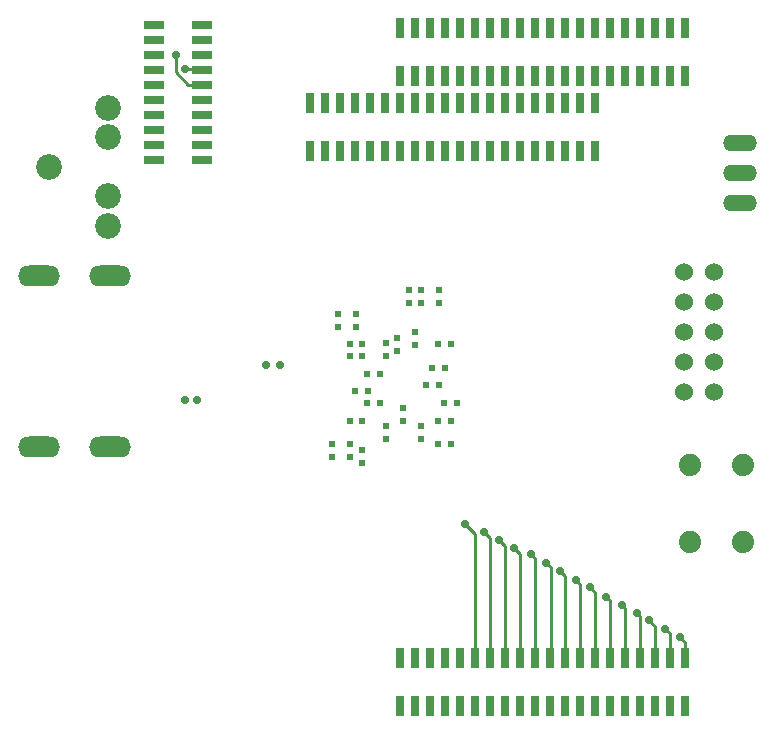
<source format=gbl>
G04 #@! TF.FileFunction,Copper,L4,Bot,Signal*
%FSLAX46Y46*%
G04 Gerber Fmt 4.6, Leading zero omitted, Abs format (unit mm)*
G04 Created by KiCad (PCBNEW 0.201501280107+5391~20~ubuntu14.10.1-product) date Fre 06 Feb 2015 15:11:44 CET*
%MOMM*%
G01*
G04 APERTURE LIST*
%ADD10C,0.150000*%
%ADD11R,0.698500X1.798320*%
%ADD12R,1.798320X0.698500*%
%ADD13R,0.500000X0.600000*%
%ADD14R,0.600000X0.500000*%
%ADD15O,2.844800X1.422400*%
%ADD16C,2.184400*%
%ADD17O,3.556000X1.778000*%
%ADD18C,1.879600*%
%ADD19C,1.524000*%
%ADD20C,0.700000*%
%ADD21C,0.280000*%
G04 APERTURE END LIST*
D10*
D11*
X-103441500Y203517500D03*
X-103441500Y199453500D03*
X-102171500Y203517500D03*
X-102171500Y199453500D03*
X-100901500Y203517500D03*
X-100901500Y199453500D03*
X-99631500Y203517500D03*
X-99631500Y199453500D03*
X-98361500Y203517500D03*
X-98361500Y199453500D03*
X-97091500Y203517500D03*
X-97091500Y199453500D03*
X-95821500Y203517500D03*
X-95821500Y199453500D03*
X-94551500Y203517500D03*
X-94551500Y199453500D03*
X-93281500Y203517500D03*
X-93281500Y199453500D03*
X-92011500Y203517500D03*
X-92011500Y199453500D03*
X-90741500Y203517500D03*
X-90741500Y199453500D03*
X-89471500Y203517500D03*
X-89471500Y199453500D03*
X-88201500Y203517500D03*
X-88201500Y199453500D03*
X-86931500Y203517500D03*
X-86931500Y199453500D03*
X-85661500Y203517500D03*
X-85661500Y199453500D03*
X-84391500Y203517500D03*
X-84391500Y199453500D03*
X-83121500Y203517500D03*
X-83121500Y199453500D03*
X-81851500Y203517500D03*
X-81851500Y199453500D03*
X-80581500Y203517500D03*
X-80581500Y199453500D03*
X-79311500Y203517500D03*
X-79311500Y199453500D03*
X-111061500Y250507500D03*
X-111061500Y246443500D03*
X-109791500Y250507500D03*
X-109791500Y246443500D03*
X-108521500Y250507500D03*
X-108521500Y246443500D03*
X-107251500Y250507500D03*
X-107251500Y246443500D03*
X-105981500Y250507500D03*
X-105981500Y246443500D03*
X-104711500Y250507500D03*
X-104711500Y246443500D03*
X-103441500Y250507500D03*
X-103441500Y246443500D03*
X-102171500Y250507500D03*
X-102171500Y246443500D03*
X-100901500Y250507500D03*
X-100901500Y246443500D03*
X-99631500Y250507500D03*
X-99631500Y246443500D03*
X-98361500Y250507500D03*
X-98361500Y246443500D03*
X-97091500Y250507500D03*
X-97091500Y246443500D03*
X-95821500Y250507500D03*
X-95821500Y246443500D03*
X-94551500Y250507500D03*
X-94551500Y246443500D03*
X-93281500Y250507500D03*
X-93281500Y246443500D03*
X-92011500Y250507500D03*
X-92011500Y246443500D03*
X-90741500Y250507500D03*
X-90741500Y246443500D03*
X-89471500Y250507500D03*
X-89471500Y246443500D03*
X-88201500Y250507500D03*
X-88201500Y246443500D03*
X-86931500Y250507500D03*
X-86931500Y246443500D03*
X-103441500Y256857500D03*
X-103441500Y252793500D03*
X-102171500Y256857500D03*
X-102171500Y252793500D03*
X-100901500Y256857500D03*
X-100901500Y252793500D03*
X-99631500Y256857500D03*
X-99631500Y252793500D03*
X-98361500Y256857500D03*
X-98361500Y252793500D03*
X-97091500Y256857500D03*
X-97091500Y252793500D03*
X-95821500Y256857500D03*
X-95821500Y252793500D03*
X-94551500Y256857500D03*
X-94551500Y252793500D03*
X-93281500Y256857500D03*
X-93281500Y252793500D03*
X-92011500Y256857500D03*
X-92011500Y252793500D03*
X-90741500Y256857500D03*
X-90741500Y252793500D03*
X-89471500Y256857500D03*
X-89471500Y252793500D03*
X-88201500Y256857500D03*
X-88201500Y252793500D03*
X-86931500Y256857500D03*
X-86931500Y252793500D03*
X-85661500Y256857500D03*
X-85661500Y252793500D03*
X-84391500Y256857500D03*
X-84391500Y252793500D03*
X-83121500Y256857500D03*
X-83121500Y252793500D03*
X-81851500Y256857500D03*
X-81851500Y252793500D03*
X-80581500Y256857500D03*
X-80581500Y252793500D03*
X-79311500Y256857500D03*
X-79311500Y252793500D03*
D12*
X-124269500Y245681500D03*
X-120205500Y245681500D03*
X-124269500Y246951500D03*
X-120205500Y246951500D03*
X-124269500Y248221500D03*
X-120205500Y248221500D03*
X-124269500Y249491500D03*
X-120205500Y249491500D03*
X-124269500Y250761500D03*
X-120205500Y250761500D03*
X-124269500Y252031500D03*
X-120205500Y252031500D03*
X-124269500Y253301500D03*
X-120205500Y253301500D03*
X-124269500Y254571500D03*
X-120205500Y254571500D03*
X-124269500Y255841500D03*
X-120205500Y255841500D03*
X-124269500Y257111500D03*
X-120205500Y257111500D03*
D13*
X-108687000Y231542000D03*
X-108687000Y232642000D03*
X-107187000Y231542000D03*
X-107187000Y232642000D03*
X-101687000Y233542000D03*
X-101687000Y234642000D03*
X-102687000Y233542000D03*
X-102687000Y234642000D03*
X-107687000Y220542000D03*
X-107687000Y221642000D03*
X-109187000Y220542000D03*
X-109187000Y221642000D03*
D14*
X-107737000Y230092000D03*
X-106637000Y230092000D03*
X-107737000Y223592000D03*
X-106637000Y223592000D03*
X-106237000Y225092000D03*
X-105137000Y225092000D03*
X-107237000Y226092000D03*
X-106137000Y226092000D03*
X-106237000Y227592000D03*
X-105137000Y227592000D03*
X-107737000Y229092000D03*
X-106637000Y229092000D03*
D13*
X-100187000Y233542000D03*
X-100187000Y234642000D03*
X-102187000Y230042000D03*
X-102187000Y231142000D03*
X-103687000Y229542000D03*
X-103687000Y230642000D03*
X-104687000Y229042000D03*
X-104687000Y230142000D03*
D14*
X-101237000Y226592000D03*
X-100137000Y226592000D03*
X-99737000Y225092000D03*
X-98637000Y225092000D03*
D13*
X-101687000Y222042000D03*
X-101687000Y223142000D03*
X-103187000Y223542000D03*
X-103187000Y224642000D03*
X-106687000Y220042000D03*
X-106687000Y221142000D03*
D14*
X-100237000Y230092000D03*
X-99137000Y230092000D03*
X-100737000Y228092000D03*
X-99637000Y228092000D03*
X-100237000Y223592000D03*
X-99137000Y223592000D03*
X-100237000Y221592000D03*
X-99137000Y221592000D03*
D13*
X-104687000Y222042000D03*
X-104687000Y223142000D03*
D15*
X-74687000Y242052000D03*
X-74687000Y244592000D03*
X-74687000Y247132000D03*
D16*
X-128187000Y250092000D03*
X-128187000Y247592000D03*
X-133187000Y245092000D03*
X-128187000Y240092000D03*
X-128187000Y242592000D03*
D17*
X-127987000Y235842000D03*
X-133987000Y235842000D03*
X-133987000Y221342000D03*
X-127987000Y221342000D03*
D18*
X-78947600Y213340800D03*
X-78947600Y219843200D03*
X-74426400Y213340800D03*
X-74426400Y219843200D03*
D19*
X-79457000Y236172000D03*
X-76917000Y236172000D03*
X-79457000Y233632000D03*
X-76917000Y233632000D03*
X-79457000Y231092000D03*
X-76917000Y231092000D03*
X-79457000Y228552000D03*
X-76917000Y228552000D03*
X-79457000Y226012000D03*
X-76917000Y226012000D03*
D20*
X-114837000Y228342000D03*
X-121687000Y225342000D03*
X-113587000Y228342000D03*
X-120687000Y225342000D03*
X-97987000Y214892000D03*
X-96387000Y214192000D03*
X-95087000Y213492000D03*
X-93787000Y212792000D03*
X-92387000Y212292000D03*
X-91087000Y211592000D03*
X-89887000Y210892000D03*
X-88587000Y210092000D03*
X-87387000Y209492000D03*
X-85987000Y208692000D03*
X-84687000Y207992000D03*
X-83434002Y207347835D03*
X-82387000Y206692000D03*
X-80987000Y205992000D03*
X-79787000Y205292000D03*
X-122437000Y254592000D03*
X-121687000Y253342000D03*
D21*
X-97091500Y213996500D02*
X-97987000Y214892000D01*
X-97091500Y203517500D02*
X-97091500Y213996500D01*
X-95821500Y213626500D02*
X-96387000Y214192000D01*
X-95821500Y203517500D02*
X-95821500Y213626500D01*
X-94551500Y203517500D02*
X-94551500Y212956500D01*
X-94551500Y212956500D02*
X-95087000Y213492000D01*
X-93281500Y212286500D02*
X-93787000Y212792000D01*
X-93281500Y203517500D02*
X-93281500Y212286500D01*
X-92011500Y203517500D02*
X-92011500Y211916500D01*
X-92011500Y211916500D02*
X-92387000Y212292000D01*
X-91087000Y211592000D02*
X-90687000Y211192000D01*
X-90687000Y211192000D02*
X-90687000Y203572000D01*
X-90687000Y203572000D02*
X-90741500Y203517500D01*
X-89487000Y210492000D02*
X-89887000Y210892000D01*
X-89487000Y203533000D02*
X-89487000Y210492000D01*
X-89471500Y203517500D02*
X-89487000Y203533000D01*
X-88187000Y203532000D02*
X-88187000Y209692000D01*
X-88187000Y209692000D02*
X-88587000Y210092000D01*
X-88201500Y203517500D02*
X-88187000Y203532000D01*
X-86931500Y209036500D02*
X-87387000Y209492000D01*
X-86931500Y203517500D02*
X-86931500Y209036500D01*
X-85687000Y208392000D02*
X-85987000Y208692000D01*
X-85687000Y203543000D02*
X-85687000Y208392000D01*
X-85661500Y203517500D02*
X-85687000Y203543000D01*
X-84391500Y203517500D02*
X-84387000Y203522000D01*
X-84387000Y203522000D02*
X-84387000Y207692000D01*
X-84387000Y207692000D02*
X-84687000Y207992000D01*
X-83121500Y203517500D02*
X-83121500Y207035333D01*
X-83121500Y207035333D02*
X-83434002Y207347835D01*
X-81851500Y206156500D02*
X-82387000Y206692000D01*
X-81851500Y203517500D02*
X-81851500Y206156500D01*
X-80581500Y203517500D02*
X-80581500Y205586500D01*
X-80581500Y205586500D02*
X-80987000Y205992000D01*
X-79311500Y204816500D02*
X-79787000Y205292000D01*
X-79311500Y203517500D02*
X-79311500Y204816500D01*
X-122437000Y254592000D02*
X-122437000Y253083840D01*
X-122437000Y253083840D02*
X-121384660Y252031500D01*
X-121384660Y252031500D02*
X-120205500Y252031500D01*
X-121687000Y253342000D02*
X-120246000Y253342000D01*
X-120246000Y253342000D02*
X-120205500Y253301500D01*
M02*

</source>
